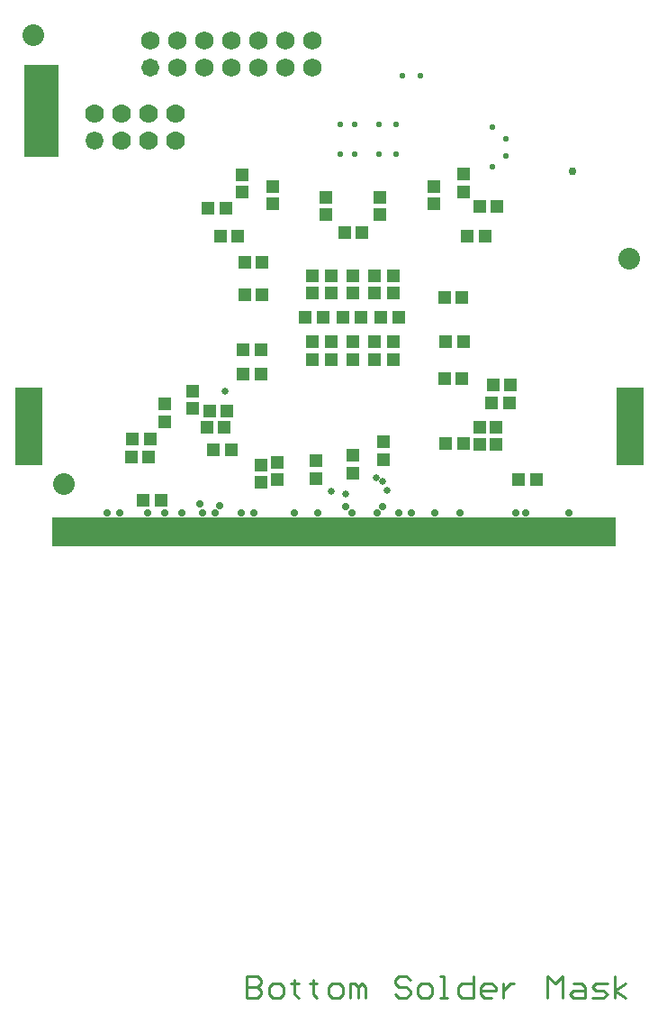
<source format=gbs>
%FSLAX24Y24*%
%MOIN*%
G70*
G01*
G75*
%ADD10C,0.0040*%
%ADD11C,0.0400*%
%ADD12C,0.0157*%
%ADD13R,0.0236X0.0906*%
%ADD14R,0.0380X0.0380*%
%ADD15R,0.0315X0.0472*%
%ADD16R,0.0650X0.0500*%
%ADD17R,0.0600X0.1000*%
%ADD18R,0.0600X0.0600*%
%ADD19R,0.0551X0.0512*%
%ADD20R,0.0472X0.0394*%
%ADD21R,0.1000X0.0600*%
%ADD22R,0.0433X0.0236*%
%ADD23R,0.0800X0.0800*%
%ADD24R,0.2480X0.0846*%
%ADD25R,0.0500X0.0600*%
%ADD26R,0.0512X0.0551*%
%ADD27R,0.0394X0.0472*%
%ADD28O,0.0846X0.0138*%
%ADD29R,0.0846X0.0138*%
%ADD30R,0.1181X0.1575*%
%ADD31C,0.0100*%
%ADD32C,0.0060*%
%ADD33C,0.0050*%
%ADD34C,0.0138*%
%ADD35C,0.0200*%
%ADD36C,0.0250*%
%ADD37C,0.0130*%
%ADD38C,0.0500*%
%ADD39C,0.0300*%
%ADD40C,0.0400*%
%ADD41C,0.0110*%
%ADD42C,0.0098*%
%ADD43C,0.0600*%
%ADD44P,0.0600X8X0*%
%ADD45C,0.0620*%
%ADD46P,0.0620X8X0*%
%ADD47C,0.0180*%
%ADD48C,0.0200*%
%ADD49C,0.0500*%
%ADD50C,0.0150*%
%ADD51C,0.0080*%
%ADD52C,0.0059*%
%ADD53C,0.0098*%
%ADD54C,0.0079*%
%ADD55R,2.0896X0.1063*%
%ADD56R,0.1102X0.2008*%
%ADD57R,0.1102X0.2008*%
%ADD58R,0.1250X0.3400*%
%ADD59C,0.0800*%
%ADD60C,0.0394*%
%ADD61R,0.0316X0.0986*%
%ADD62R,0.0460X0.0460*%
%ADD63R,0.0395X0.0552*%
%ADD64R,0.0730X0.0580*%
%ADD65R,0.0680X0.1080*%
%ADD66R,0.0680X0.0680*%
%ADD67R,0.0631X0.0592*%
%ADD68R,0.0552X0.0474*%
%ADD69R,0.1080X0.0680*%
%ADD70R,0.0513X0.0316*%
%ADD71R,0.0880X0.0880*%
%ADD72R,0.2560X0.0926*%
%ADD73R,0.0580X0.0680*%
%ADD74R,0.0592X0.0631*%
%ADD75R,0.0474X0.0552*%
%ADD76O,0.0926X0.0218*%
%ADD77R,0.0926X0.0218*%
%ADD78R,0.1261X0.1655*%
%ADD79C,0.0197*%
%ADD80C,0.0680*%
%ADD81P,0.0680X8X0*%
%ADD82C,0.0700*%
%ADD83P,0.0700X8X0*%
%ADD84C,0.0220*%
%ADD85C,0.0260*%
%ADD86C,0.0280*%
%ADD87C,0.0300*%
%ADD88R,2.0915X0.1063*%
%ADD89R,0.0984X0.2913*%
%ADD90R,0.0984X0.2913*%
D42*
X85145Y62992D02*
Y62165D01*
X85558D01*
X85696Y62303D01*
Y62441D01*
X85558Y62578D01*
X85145D01*
X85558D01*
X85696Y62716D01*
Y62854D01*
X85558Y62992D01*
X85145D01*
X86109Y62165D02*
X86385D01*
X86523Y62303D01*
Y62578D01*
X86385Y62716D01*
X86109D01*
X85972Y62578D01*
Y62303D01*
X86109Y62165D01*
X86936Y62854D02*
Y62716D01*
X86798D01*
X87074D01*
X86936D01*
Y62303D01*
X87074Y62165D01*
X87625Y62854D02*
Y62716D01*
X87487D01*
X87762D01*
X87625D01*
Y62303D01*
X87762Y62165D01*
X88313D02*
X88589D01*
X88727Y62303D01*
Y62578D01*
X88589Y62716D01*
X88313D01*
X88176Y62578D01*
Y62303D01*
X88313Y62165D01*
X89002D02*
Y62716D01*
X89140D01*
X89278Y62578D01*
Y62165D01*
Y62578D01*
X89415Y62716D01*
X89553Y62578D01*
Y62165D01*
X91206Y62854D02*
X91068Y62992D01*
X90793D01*
X90655Y62854D01*
Y62716D01*
X90793Y62578D01*
X91068D01*
X91206Y62441D01*
Y62303D01*
X91068Y62165D01*
X90793D01*
X90655Y62303D01*
X91619Y62165D02*
X91895D01*
X92033Y62303D01*
Y62578D01*
X91895Y62716D01*
X91619D01*
X91482Y62578D01*
Y62303D01*
X91619Y62165D01*
X92308D02*
X92584D01*
X92446D01*
Y62992D01*
X92308D01*
X93548D02*
Y62165D01*
X93135D01*
X92997Y62303D01*
Y62578D01*
X93135Y62716D01*
X93548D01*
X94237Y62165D02*
X93961D01*
X93823Y62303D01*
Y62578D01*
X93961Y62716D01*
X94237D01*
X94374Y62578D01*
Y62441D01*
X93823D01*
X94650Y62716D02*
Y62165D01*
Y62441D01*
X94788Y62578D01*
X94925Y62716D01*
X95063D01*
X96303Y62165D02*
Y62992D01*
X96578Y62716D01*
X96854Y62992D01*
Y62165D01*
X97267Y62716D02*
X97543D01*
X97680Y62578D01*
Y62165D01*
X97267D01*
X97129Y62303D01*
X97267Y62441D01*
X97680D01*
X97956Y62165D02*
X98369D01*
X98507Y62303D01*
X98369Y62441D01*
X98094D01*
X97956Y62578D01*
X98094Y62716D01*
X98507D01*
X98782Y62165D02*
Y62992D01*
Y62441D02*
X99196Y62716D01*
X98782Y62441D02*
X99196Y62165D01*
D58*
X77559Y94997D02*
D03*
D59*
X78373Y81181D02*
D03*
X99318Y89527D02*
D03*
X77271Y97795D02*
D03*
D61*
X78118Y79449D02*
D03*
X79751D02*
D03*
X80066D02*
D03*
X80381D02*
D03*
X80696D02*
D03*
X81011D02*
D03*
X81326D02*
D03*
X81641D02*
D03*
X81956D02*
D03*
X82271D02*
D03*
X82586D02*
D03*
X82901D02*
D03*
X83216D02*
D03*
X83531D02*
D03*
X83846D02*
D03*
X84161D02*
D03*
X84476D02*
D03*
X84791D02*
D03*
X85106D02*
D03*
X85421D02*
D03*
X85736D02*
D03*
X86051D02*
D03*
X86366D02*
D03*
X86681D02*
D03*
X86996D02*
D03*
X87310D02*
D03*
X87625D02*
D03*
X87940D02*
D03*
X88255D02*
D03*
X88570D02*
D03*
X88885D02*
D03*
X89200D02*
D03*
X89515D02*
D03*
X89830D02*
D03*
X90145D02*
D03*
X90460D02*
D03*
X90775D02*
D03*
X91090D02*
D03*
X91405D02*
D03*
X91720D02*
D03*
X92035D02*
D03*
X92350D02*
D03*
X92665D02*
D03*
X92980D02*
D03*
X93295D02*
D03*
X93610D02*
D03*
X93925D02*
D03*
X94240D02*
D03*
X94555D02*
D03*
X94870D02*
D03*
X95184D02*
D03*
X95499D02*
D03*
X95814D02*
D03*
X96129D02*
D03*
X96444D02*
D03*
X96759D02*
D03*
X97074D02*
D03*
X97389D02*
D03*
X97704D02*
D03*
X98019D02*
D03*
X98334D02*
D03*
X98649D02*
D03*
D62*
X95234Y81347D02*
D03*
X95884D02*
D03*
X85734Y89380D02*
D03*
X85084D02*
D03*
X80934Y82847D02*
D03*
X81584D02*
D03*
X85684Y81247D02*
D03*
Y81897D02*
D03*
X86284Y81347D02*
D03*
Y81997D02*
D03*
X94284Y84847D02*
D03*
X94934D02*
D03*
X87584Y88247D02*
D03*
Y88897D02*
D03*
X89384Y87347D02*
D03*
X88734D02*
D03*
X83140Y83968D02*
D03*
Y84618D02*
D03*
X88284Y88897D02*
D03*
Y88247D02*
D03*
X90584Y88897D02*
D03*
Y88247D02*
D03*
X87584Y85797D02*
D03*
Y86447D02*
D03*
X89884Y85797D02*
D03*
Y86447D02*
D03*
X93784Y83297D02*
D03*
Y82647D02*
D03*
X84994Y91964D02*
D03*
Y92614D02*
D03*
X84584Y82447D02*
D03*
X83934D02*
D03*
X93784Y91447D02*
D03*
X94434D02*
D03*
X89884Y88897D02*
D03*
Y88247D02*
D03*
X88284Y85797D02*
D03*
Y86447D02*
D03*
X90584Y85797D02*
D03*
Y86447D02*
D03*
X84384Y91397D02*
D03*
X83734D02*
D03*
X93184Y91997D02*
D03*
Y92647D02*
D03*
X88784Y90497D02*
D03*
X89434D02*
D03*
X94384Y83297D02*
D03*
Y82647D02*
D03*
X84334Y83297D02*
D03*
X83684D02*
D03*
X90784Y87347D02*
D03*
X90134D02*
D03*
X85734Y88197D02*
D03*
X85084D02*
D03*
X92084Y91547D02*
D03*
Y92197D02*
D03*
X84834Y90347D02*
D03*
X84184D02*
D03*
X84434Y83897D02*
D03*
X83784D02*
D03*
X90234Y82747D02*
D03*
Y82097D02*
D03*
X92534Y86447D02*
D03*
X93184D02*
D03*
X90084Y91147D02*
D03*
Y91797D02*
D03*
X85684Y85247D02*
D03*
X85034D02*
D03*
X89084Y85797D02*
D03*
Y86447D02*
D03*
X94884Y84197D02*
D03*
X94234D02*
D03*
X92484Y85097D02*
D03*
X93134D02*
D03*
X92484Y88097D02*
D03*
X93134D02*
D03*
X93334Y90347D02*
D03*
X93984D02*
D03*
X88084Y91147D02*
D03*
Y91797D02*
D03*
X86134Y91547D02*
D03*
Y92197D02*
D03*
X89084Y82247D02*
D03*
Y81597D02*
D03*
X87734Y82047D02*
D03*
Y81397D02*
D03*
X92534Y82697D02*
D03*
X93184D02*
D03*
X82134Y84147D02*
D03*
Y83497D02*
D03*
X85684Y86147D02*
D03*
X85034D02*
D03*
X81984Y80597D02*
D03*
X81334D02*
D03*
X89084Y88897D02*
D03*
Y88247D02*
D03*
X87334Y87347D02*
D03*
X87984D02*
D03*
X81534Y82197D02*
D03*
X80884D02*
D03*
D80*
X87584Y96597D02*
D03*
X86584D02*
D03*
X85584D02*
D03*
X84584D02*
D03*
X83584D02*
D03*
X82584D02*
D03*
X87584Y97597D02*
D03*
X86584D02*
D03*
X85584D02*
D03*
X84584D02*
D03*
X83584D02*
D03*
X82584D02*
D03*
X81584D02*
D03*
D81*
Y96597D02*
D03*
D82*
X82534Y94897D02*
D03*
Y93897D02*
D03*
X81534Y94897D02*
D03*
Y93897D02*
D03*
X80534Y94897D02*
D03*
Y93897D02*
D03*
X79534Y94897D02*
D03*
D83*
Y93897D02*
D03*
D84*
X91584Y96297D02*
D03*
X88610Y94488D02*
D03*
X89161D02*
D03*
X90066D02*
D03*
X90696D02*
D03*
X88610Y93386D02*
D03*
X89161D02*
D03*
X90066D02*
D03*
X90696D02*
D03*
X94240Y94370D02*
D03*
Y92913D02*
D03*
X94751Y93937D02*
D03*
Y93307D02*
D03*
X90934Y96297D02*
D03*
D85*
X84346Y84628D02*
D03*
X90362Y80935D02*
D03*
X90175Y81289D02*
D03*
X89948Y81427D02*
D03*
X88295Y80905D02*
D03*
X88807Y80817D02*
D03*
D86*
X84003Y80118D02*
D03*
X82114D02*
D03*
X81484D02*
D03*
X84948D02*
D03*
X86917Y80118D02*
D03*
X87783Y80118D02*
D03*
X89043D02*
D03*
X89988D02*
D03*
X91247D02*
D03*
X92114Y80118D02*
D03*
X95106D02*
D03*
X93059D02*
D03*
X79988D02*
D03*
X80460D02*
D03*
X82744Y80118D02*
D03*
X83531Y80118D02*
D03*
X84171Y80394D02*
D03*
X85421Y80118D02*
D03*
X88836Y80344D02*
D03*
X90775Y80118D02*
D03*
X95499D02*
D03*
X97074D02*
D03*
X90194Y80344D02*
D03*
X83433Y80462D02*
D03*
D87*
X97234Y92747D02*
D03*
D88*
X88378Y79429D02*
D03*
D89*
X99338Y83307D02*
D03*
D90*
X77094Y83307D02*
D03*
M02*

</source>
